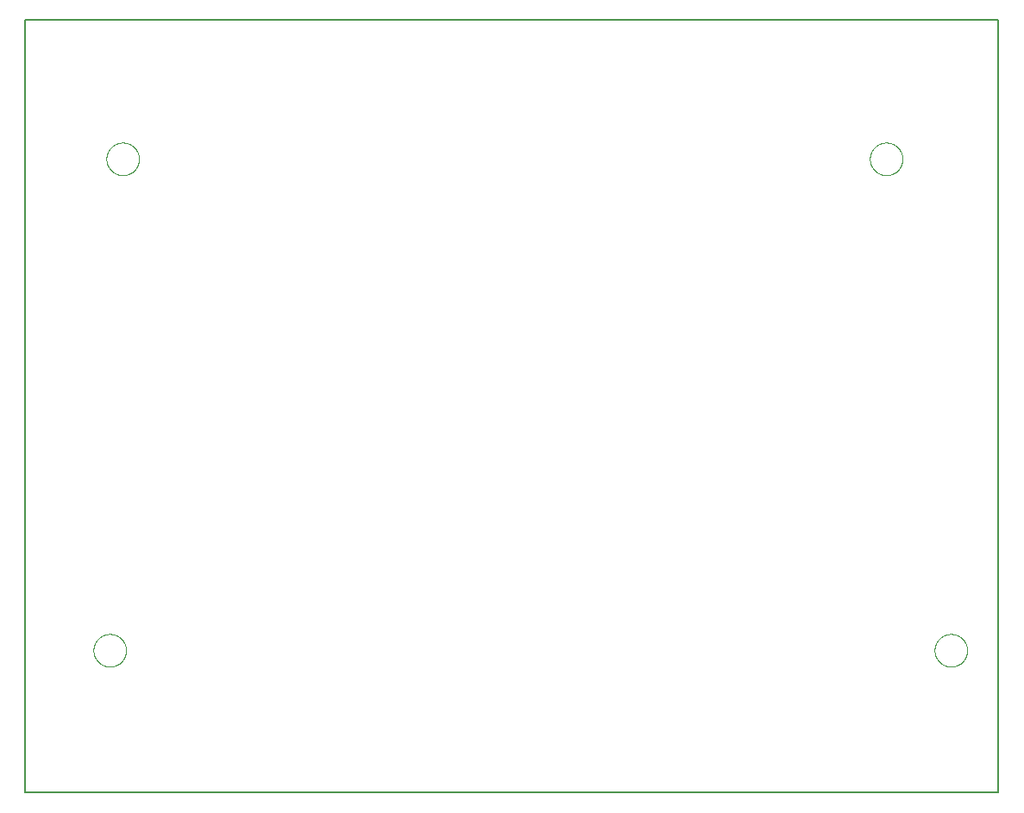
<source format=gko>
G04 EAGLE Gerber X2 export*
%TF.Part,Single*%
%TF.FileFunction,Other,outline*%
%TF.FilePolarity,Positive*%
%TF.GenerationSoftware,Autodesk,EAGLE,8.7.1*%
%TF.CreationDate,2018-03-29T01:53:18Z*%
G75*
%MOMM*%
%FSLAX34Y34*%
%LPD*%
%AMOC8*
5,1,8,0,0,1.08239X$1,22.5*%
G01*
%ADD10C,0.203200*%
%ADD11C,0.000000*%


D10*
X95000Y0D02*
X1050000Y0D01*
X1050000Y758700D01*
X95000Y758700D01*
X95000Y0D01*
D11*
X174500Y622300D02*
X174505Y622693D01*
X174519Y623085D01*
X174543Y623477D01*
X174577Y623868D01*
X174620Y624259D01*
X174673Y624648D01*
X174736Y625035D01*
X174807Y625421D01*
X174889Y625806D01*
X174979Y626188D01*
X175080Y626567D01*
X175189Y626945D01*
X175308Y627319D01*
X175435Y627690D01*
X175572Y628058D01*
X175718Y628423D01*
X175873Y628784D01*
X176036Y629141D01*
X176208Y629494D01*
X176389Y629842D01*
X176579Y630186D01*
X176776Y630526D01*
X176982Y630860D01*
X177196Y631189D01*
X177419Y631513D01*
X177649Y631831D01*
X177886Y632144D01*
X178132Y632450D01*
X178385Y632751D01*
X178645Y633045D01*
X178912Y633333D01*
X179186Y633614D01*
X179467Y633888D01*
X179755Y634155D01*
X180049Y634415D01*
X180350Y634668D01*
X180656Y634914D01*
X180969Y635151D01*
X181287Y635381D01*
X181611Y635604D01*
X181940Y635818D01*
X182274Y636024D01*
X182614Y636221D01*
X182958Y636411D01*
X183306Y636592D01*
X183659Y636764D01*
X184016Y636927D01*
X184377Y637082D01*
X184742Y637228D01*
X185110Y637365D01*
X185481Y637492D01*
X185855Y637611D01*
X186233Y637720D01*
X186612Y637821D01*
X186994Y637911D01*
X187379Y637993D01*
X187765Y638064D01*
X188152Y638127D01*
X188541Y638180D01*
X188932Y638223D01*
X189323Y638257D01*
X189715Y638281D01*
X190107Y638295D01*
X190500Y638300D01*
X190893Y638295D01*
X191285Y638281D01*
X191677Y638257D01*
X192068Y638223D01*
X192459Y638180D01*
X192848Y638127D01*
X193235Y638064D01*
X193621Y637993D01*
X194006Y637911D01*
X194388Y637821D01*
X194767Y637720D01*
X195145Y637611D01*
X195519Y637492D01*
X195890Y637365D01*
X196258Y637228D01*
X196623Y637082D01*
X196984Y636927D01*
X197341Y636764D01*
X197694Y636592D01*
X198042Y636411D01*
X198386Y636221D01*
X198726Y636024D01*
X199060Y635818D01*
X199389Y635604D01*
X199713Y635381D01*
X200031Y635151D01*
X200344Y634914D01*
X200650Y634668D01*
X200951Y634415D01*
X201245Y634155D01*
X201533Y633888D01*
X201814Y633614D01*
X202088Y633333D01*
X202355Y633045D01*
X202615Y632751D01*
X202868Y632450D01*
X203114Y632144D01*
X203351Y631831D01*
X203581Y631513D01*
X203804Y631189D01*
X204018Y630860D01*
X204224Y630526D01*
X204421Y630186D01*
X204611Y629842D01*
X204792Y629494D01*
X204964Y629141D01*
X205127Y628784D01*
X205282Y628423D01*
X205428Y628058D01*
X205565Y627690D01*
X205692Y627319D01*
X205811Y626945D01*
X205920Y626567D01*
X206021Y626188D01*
X206111Y625806D01*
X206193Y625421D01*
X206264Y625035D01*
X206327Y624648D01*
X206380Y624259D01*
X206423Y623868D01*
X206457Y623477D01*
X206481Y623085D01*
X206495Y622693D01*
X206500Y622300D01*
X206495Y621907D01*
X206481Y621515D01*
X206457Y621123D01*
X206423Y620732D01*
X206380Y620341D01*
X206327Y619952D01*
X206264Y619565D01*
X206193Y619179D01*
X206111Y618794D01*
X206021Y618412D01*
X205920Y618033D01*
X205811Y617655D01*
X205692Y617281D01*
X205565Y616910D01*
X205428Y616542D01*
X205282Y616177D01*
X205127Y615816D01*
X204964Y615459D01*
X204792Y615106D01*
X204611Y614758D01*
X204421Y614414D01*
X204224Y614074D01*
X204018Y613740D01*
X203804Y613411D01*
X203581Y613087D01*
X203351Y612769D01*
X203114Y612456D01*
X202868Y612150D01*
X202615Y611849D01*
X202355Y611555D01*
X202088Y611267D01*
X201814Y610986D01*
X201533Y610712D01*
X201245Y610445D01*
X200951Y610185D01*
X200650Y609932D01*
X200344Y609686D01*
X200031Y609449D01*
X199713Y609219D01*
X199389Y608996D01*
X199060Y608782D01*
X198726Y608576D01*
X198386Y608379D01*
X198042Y608189D01*
X197694Y608008D01*
X197341Y607836D01*
X196984Y607673D01*
X196623Y607518D01*
X196258Y607372D01*
X195890Y607235D01*
X195519Y607108D01*
X195145Y606989D01*
X194767Y606880D01*
X194388Y606779D01*
X194006Y606689D01*
X193621Y606607D01*
X193235Y606536D01*
X192848Y606473D01*
X192459Y606420D01*
X192068Y606377D01*
X191677Y606343D01*
X191285Y606319D01*
X190893Y606305D01*
X190500Y606300D01*
X190107Y606305D01*
X189715Y606319D01*
X189323Y606343D01*
X188932Y606377D01*
X188541Y606420D01*
X188152Y606473D01*
X187765Y606536D01*
X187379Y606607D01*
X186994Y606689D01*
X186612Y606779D01*
X186233Y606880D01*
X185855Y606989D01*
X185481Y607108D01*
X185110Y607235D01*
X184742Y607372D01*
X184377Y607518D01*
X184016Y607673D01*
X183659Y607836D01*
X183306Y608008D01*
X182958Y608189D01*
X182614Y608379D01*
X182274Y608576D01*
X181940Y608782D01*
X181611Y608996D01*
X181287Y609219D01*
X180969Y609449D01*
X180656Y609686D01*
X180350Y609932D01*
X180049Y610185D01*
X179755Y610445D01*
X179467Y610712D01*
X179186Y610986D01*
X178912Y611267D01*
X178645Y611555D01*
X178385Y611849D01*
X178132Y612150D01*
X177886Y612456D01*
X177649Y612769D01*
X177419Y613087D01*
X177196Y613411D01*
X176982Y613740D01*
X176776Y614074D01*
X176579Y614414D01*
X176389Y614758D01*
X176208Y615106D01*
X176036Y615459D01*
X175873Y615816D01*
X175718Y616177D01*
X175572Y616542D01*
X175435Y616910D01*
X175308Y617281D01*
X175189Y617655D01*
X175080Y618033D01*
X174979Y618412D01*
X174889Y618794D01*
X174807Y619179D01*
X174736Y619565D01*
X174673Y619952D01*
X174620Y620341D01*
X174577Y620732D01*
X174543Y621123D01*
X174519Y621515D01*
X174505Y621907D01*
X174500Y622300D01*
X161800Y139700D02*
X161805Y140093D01*
X161819Y140485D01*
X161843Y140877D01*
X161877Y141268D01*
X161920Y141659D01*
X161973Y142048D01*
X162036Y142435D01*
X162107Y142821D01*
X162189Y143206D01*
X162279Y143588D01*
X162380Y143967D01*
X162489Y144345D01*
X162608Y144719D01*
X162735Y145090D01*
X162872Y145458D01*
X163018Y145823D01*
X163173Y146184D01*
X163336Y146541D01*
X163508Y146894D01*
X163689Y147242D01*
X163879Y147586D01*
X164076Y147926D01*
X164282Y148260D01*
X164496Y148589D01*
X164719Y148913D01*
X164949Y149231D01*
X165186Y149544D01*
X165432Y149850D01*
X165685Y150151D01*
X165945Y150445D01*
X166212Y150733D01*
X166486Y151014D01*
X166767Y151288D01*
X167055Y151555D01*
X167349Y151815D01*
X167650Y152068D01*
X167956Y152314D01*
X168269Y152551D01*
X168587Y152781D01*
X168911Y153004D01*
X169240Y153218D01*
X169574Y153424D01*
X169914Y153621D01*
X170258Y153811D01*
X170606Y153992D01*
X170959Y154164D01*
X171316Y154327D01*
X171677Y154482D01*
X172042Y154628D01*
X172410Y154765D01*
X172781Y154892D01*
X173155Y155011D01*
X173533Y155120D01*
X173912Y155221D01*
X174294Y155311D01*
X174679Y155393D01*
X175065Y155464D01*
X175452Y155527D01*
X175841Y155580D01*
X176232Y155623D01*
X176623Y155657D01*
X177015Y155681D01*
X177407Y155695D01*
X177800Y155700D01*
X178193Y155695D01*
X178585Y155681D01*
X178977Y155657D01*
X179368Y155623D01*
X179759Y155580D01*
X180148Y155527D01*
X180535Y155464D01*
X180921Y155393D01*
X181306Y155311D01*
X181688Y155221D01*
X182067Y155120D01*
X182445Y155011D01*
X182819Y154892D01*
X183190Y154765D01*
X183558Y154628D01*
X183923Y154482D01*
X184284Y154327D01*
X184641Y154164D01*
X184994Y153992D01*
X185342Y153811D01*
X185686Y153621D01*
X186026Y153424D01*
X186360Y153218D01*
X186689Y153004D01*
X187013Y152781D01*
X187331Y152551D01*
X187644Y152314D01*
X187950Y152068D01*
X188251Y151815D01*
X188545Y151555D01*
X188833Y151288D01*
X189114Y151014D01*
X189388Y150733D01*
X189655Y150445D01*
X189915Y150151D01*
X190168Y149850D01*
X190414Y149544D01*
X190651Y149231D01*
X190881Y148913D01*
X191104Y148589D01*
X191318Y148260D01*
X191524Y147926D01*
X191721Y147586D01*
X191911Y147242D01*
X192092Y146894D01*
X192264Y146541D01*
X192427Y146184D01*
X192582Y145823D01*
X192728Y145458D01*
X192865Y145090D01*
X192992Y144719D01*
X193111Y144345D01*
X193220Y143967D01*
X193321Y143588D01*
X193411Y143206D01*
X193493Y142821D01*
X193564Y142435D01*
X193627Y142048D01*
X193680Y141659D01*
X193723Y141268D01*
X193757Y140877D01*
X193781Y140485D01*
X193795Y140093D01*
X193800Y139700D01*
X193795Y139307D01*
X193781Y138915D01*
X193757Y138523D01*
X193723Y138132D01*
X193680Y137741D01*
X193627Y137352D01*
X193564Y136965D01*
X193493Y136579D01*
X193411Y136194D01*
X193321Y135812D01*
X193220Y135433D01*
X193111Y135055D01*
X192992Y134681D01*
X192865Y134310D01*
X192728Y133942D01*
X192582Y133577D01*
X192427Y133216D01*
X192264Y132859D01*
X192092Y132506D01*
X191911Y132158D01*
X191721Y131814D01*
X191524Y131474D01*
X191318Y131140D01*
X191104Y130811D01*
X190881Y130487D01*
X190651Y130169D01*
X190414Y129856D01*
X190168Y129550D01*
X189915Y129249D01*
X189655Y128955D01*
X189388Y128667D01*
X189114Y128386D01*
X188833Y128112D01*
X188545Y127845D01*
X188251Y127585D01*
X187950Y127332D01*
X187644Y127086D01*
X187331Y126849D01*
X187013Y126619D01*
X186689Y126396D01*
X186360Y126182D01*
X186026Y125976D01*
X185686Y125779D01*
X185342Y125589D01*
X184994Y125408D01*
X184641Y125236D01*
X184284Y125073D01*
X183923Y124918D01*
X183558Y124772D01*
X183190Y124635D01*
X182819Y124508D01*
X182445Y124389D01*
X182067Y124280D01*
X181688Y124179D01*
X181306Y124089D01*
X180921Y124007D01*
X180535Y123936D01*
X180148Y123873D01*
X179759Y123820D01*
X179368Y123777D01*
X178977Y123743D01*
X178585Y123719D01*
X178193Y123705D01*
X177800Y123700D01*
X177407Y123705D01*
X177015Y123719D01*
X176623Y123743D01*
X176232Y123777D01*
X175841Y123820D01*
X175452Y123873D01*
X175065Y123936D01*
X174679Y124007D01*
X174294Y124089D01*
X173912Y124179D01*
X173533Y124280D01*
X173155Y124389D01*
X172781Y124508D01*
X172410Y124635D01*
X172042Y124772D01*
X171677Y124918D01*
X171316Y125073D01*
X170959Y125236D01*
X170606Y125408D01*
X170258Y125589D01*
X169914Y125779D01*
X169574Y125976D01*
X169240Y126182D01*
X168911Y126396D01*
X168587Y126619D01*
X168269Y126849D01*
X167956Y127086D01*
X167650Y127332D01*
X167349Y127585D01*
X167055Y127845D01*
X166767Y128112D01*
X166486Y128386D01*
X166212Y128667D01*
X165945Y128955D01*
X165685Y129249D01*
X165432Y129550D01*
X165186Y129856D01*
X164949Y130169D01*
X164719Y130487D01*
X164496Y130811D01*
X164282Y131140D01*
X164076Y131474D01*
X163879Y131814D01*
X163689Y132158D01*
X163508Y132506D01*
X163336Y132859D01*
X163173Y133216D01*
X163018Y133577D01*
X162872Y133942D01*
X162735Y134310D01*
X162608Y134681D01*
X162489Y135055D01*
X162380Y135433D01*
X162279Y135812D01*
X162189Y136194D01*
X162107Y136579D01*
X162036Y136965D01*
X161973Y137352D01*
X161920Y137741D01*
X161877Y138132D01*
X161843Y138523D01*
X161819Y138915D01*
X161805Y139307D01*
X161800Y139700D01*
X923800Y622300D02*
X923805Y622693D01*
X923819Y623085D01*
X923843Y623477D01*
X923877Y623868D01*
X923920Y624259D01*
X923973Y624648D01*
X924036Y625035D01*
X924107Y625421D01*
X924189Y625806D01*
X924279Y626188D01*
X924380Y626567D01*
X924489Y626945D01*
X924608Y627319D01*
X924735Y627690D01*
X924872Y628058D01*
X925018Y628423D01*
X925173Y628784D01*
X925336Y629141D01*
X925508Y629494D01*
X925689Y629842D01*
X925879Y630186D01*
X926076Y630526D01*
X926282Y630860D01*
X926496Y631189D01*
X926719Y631513D01*
X926949Y631831D01*
X927186Y632144D01*
X927432Y632450D01*
X927685Y632751D01*
X927945Y633045D01*
X928212Y633333D01*
X928486Y633614D01*
X928767Y633888D01*
X929055Y634155D01*
X929349Y634415D01*
X929650Y634668D01*
X929956Y634914D01*
X930269Y635151D01*
X930587Y635381D01*
X930911Y635604D01*
X931240Y635818D01*
X931574Y636024D01*
X931914Y636221D01*
X932258Y636411D01*
X932606Y636592D01*
X932959Y636764D01*
X933316Y636927D01*
X933677Y637082D01*
X934042Y637228D01*
X934410Y637365D01*
X934781Y637492D01*
X935155Y637611D01*
X935533Y637720D01*
X935912Y637821D01*
X936294Y637911D01*
X936679Y637993D01*
X937065Y638064D01*
X937452Y638127D01*
X937841Y638180D01*
X938232Y638223D01*
X938623Y638257D01*
X939015Y638281D01*
X939407Y638295D01*
X939800Y638300D01*
X940193Y638295D01*
X940585Y638281D01*
X940977Y638257D01*
X941368Y638223D01*
X941759Y638180D01*
X942148Y638127D01*
X942535Y638064D01*
X942921Y637993D01*
X943306Y637911D01*
X943688Y637821D01*
X944067Y637720D01*
X944445Y637611D01*
X944819Y637492D01*
X945190Y637365D01*
X945558Y637228D01*
X945923Y637082D01*
X946284Y636927D01*
X946641Y636764D01*
X946994Y636592D01*
X947342Y636411D01*
X947686Y636221D01*
X948026Y636024D01*
X948360Y635818D01*
X948689Y635604D01*
X949013Y635381D01*
X949331Y635151D01*
X949644Y634914D01*
X949950Y634668D01*
X950251Y634415D01*
X950545Y634155D01*
X950833Y633888D01*
X951114Y633614D01*
X951388Y633333D01*
X951655Y633045D01*
X951915Y632751D01*
X952168Y632450D01*
X952414Y632144D01*
X952651Y631831D01*
X952881Y631513D01*
X953104Y631189D01*
X953318Y630860D01*
X953524Y630526D01*
X953721Y630186D01*
X953911Y629842D01*
X954092Y629494D01*
X954264Y629141D01*
X954427Y628784D01*
X954582Y628423D01*
X954728Y628058D01*
X954865Y627690D01*
X954992Y627319D01*
X955111Y626945D01*
X955220Y626567D01*
X955321Y626188D01*
X955411Y625806D01*
X955493Y625421D01*
X955564Y625035D01*
X955627Y624648D01*
X955680Y624259D01*
X955723Y623868D01*
X955757Y623477D01*
X955781Y623085D01*
X955795Y622693D01*
X955800Y622300D01*
X955795Y621907D01*
X955781Y621515D01*
X955757Y621123D01*
X955723Y620732D01*
X955680Y620341D01*
X955627Y619952D01*
X955564Y619565D01*
X955493Y619179D01*
X955411Y618794D01*
X955321Y618412D01*
X955220Y618033D01*
X955111Y617655D01*
X954992Y617281D01*
X954865Y616910D01*
X954728Y616542D01*
X954582Y616177D01*
X954427Y615816D01*
X954264Y615459D01*
X954092Y615106D01*
X953911Y614758D01*
X953721Y614414D01*
X953524Y614074D01*
X953318Y613740D01*
X953104Y613411D01*
X952881Y613087D01*
X952651Y612769D01*
X952414Y612456D01*
X952168Y612150D01*
X951915Y611849D01*
X951655Y611555D01*
X951388Y611267D01*
X951114Y610986D01*
X950833Y610712D01*
X950545Y610445D01*
X950251Y610185D01*
X949950Y609932D01*
X949644Y609686D01*
X949331Y609449D01*
X949013Y609219D01*
X948689Y608996D01*
X948360Y608782D01*
X948026Y608576D01*
X947686Y608379D01*
X947342Y608189D01*
X946994Y608008D01*
X946641Y607836D01*
X946284Y607673D01*
X945923Y607518D01*
X945558Y607372D01*
X945190Y607235D01*
X944819Y607108D01*
X944445Y606989D01*
X944067Y606880D01*
X943688Y606779D01*
X943306Y606689D01*
X942921Y606607D01*
X942535Y606536D01*
X942148Y606473D01*
X941759Y606420D01*
X941368Y606377D01*
X940977Y606343D01*
X940585Y606319D01*
X940193Y606305D01*
X939800Y606300D01*
X939407Y606305D01*
X939015Y606319D01*
X938623Y606343D01*
X938232Y606377D01*
X937841Y606420D01*
X937452Y606473D01*
X937065Y606536D01*
X936679Y606607D01*
X936294Y606689D01*
X935912Y606779D01*
X935533Y606880D01*
X935155Y606989D01*
X934781Y607108D01*
X934410Y607235D01*
X934042Y607372D01*
X933677Y607518D01*
X933316Y607673D01*
X932959Y607836D01*
X932606Y608008D01*
X932258Y608189D01*
X931914Y608379D01*
X931574Y608576D01*
X931240Y608782D01*
X930911Y608996D01*
X930587Y609219D01*
X930269Y609449D01*
X929956Y609686D01*
X929650Y609932D01*
X929349Y610185D01*
X929055Y610445D01*
X928767Y610712D01*
X928486Y610986D01*
X928212Y611267D01*
X927945Y611555D01*
X927685Y611849D01*
X927432Y612150D01*
X927186Y612456D01*
X926949Y612769D01*
X926719Y613087D01*
X926496Y613411D01*
X926282Y613740D01*
X926076Y614074D01*
X925879Y614414D01*
X925689Y614758D01*
X925508Y615106D01*
X925336Y615459D01*
X925173Y615816D01*
X925018Y616177D01*
X924872Y616542D01*
X924735Y616910D01*
X924608Y617281D01*
X924489Y617655D01*
X924380Y618033D01*
X924279Y618412D01*
X924189Y618794D01*
X924107Y619179D01*
X924036Y619565D01*
X923973Y619952D01*
X923920Y620341D01*
X923877Y620732D01*
X923843Y621123D01*
X923819Y621515D01*
X923805Y621907D01*
X923800Y622300D01*
X987300Y139700D02*
X987305Y140093D01*
X987319Y140485D01*
X987343Y140877D01*
X987377Y141268D01*
X987420Y141659D01*
X987473Y142048D01*
X987536Y142435D01*
X987607Y142821D01*
X987689Y143206D01*
X987779Y143588D01*
X987880Y143967D01*
X987989Y144345D01*
X988108Y144719D01*
X988235Y145090D01*
X988372Y145458D01*
X988518Y145823D01*
X988673Y146184D01*
X988836Y146541D01*
X989008Y146894D01*
X989189Y147242D01*
X989379Y147586D01*
X989576Y147926D01*
X989782Y148260D01*
X989996Y148589D01*
X990219Y148913D01*
X990449Y149231D01*
X990686Y149544D01*
X990932Y149850D01*
X991185Y150151D01*
X991445Y150445D01*
X991712Y150733D01*
X991986Y151014D01*
X992267Y151288D01*
X992555Y151555D01*
X992849Y151815D01*
X993150Y152068D01*
X993456Y152314D01*
X993769Y152551D01*
X994087Y152781D01*
X994411Y153004D01*
X994740Y153218D01*
X995074Y153424D01*
X995414Y153621D01*
X995758Y153811D01*
X996106Y153992D01*
X996459Y154164D01*
X996816Y154327D01*
X997177Y154482D01*
X997542Y154628D01*
X997910Y154765D01*
X998281Y154892D01*
X998655Y155011D01*
X999033Y155120D01*
X999412Y155221D01*
X999794Y155311D01*
X1000179Y155393D01*
X1000565Y155464D01*
X1000952Y155527D01*
X1001341Y155580D01*
X1001732Y155623D01*
X1002123Y155657D01*
X1002515Y155681D01*
X1002907Y155695D01*
X1003300Y155700D01*
X1003693Y155695D01*
X1004085Y155681D01*
X1004477Y155657D01*
X1004868Y155623D01*
X1005259Y155580D01*
X1005648Y155527D01*
X1006035Y155464D01*
X1006421Y155393D01*
X1006806Y155311D01*
X1007188Y155221D01*
X1007567Y155120D01*
X1007945Y155011D01*
X1008319Y154892D01*
X1008690Y154765D01*
X1009058Y154628D01*
X1009423Y154482D01*
X1009784Y154327D01*
X1010141Y154164D01*
X1010494Y153992D01*
X1010842Y153811D01*
X1011186Y153621D01*
X1011526Y153424D01*
X1011860Y153218D01*
X1012189Y153004D01*
X1012513Y152781D01*
X1012831Y152551D01*
X1013144Y152314D01*
X1013450Y152068D01*
X1013751Y151815D01*
X1014045Y151555D01*
X1014333Y151288D01*
X1014614Y151014D01*
X1014888Y150733D01*
X1015155Y150445D01*
X1015415Y150151D01*
X1015668Y149850D01*
X1015914Y149544D01*
X1016151Y149231D01*
X1016381Y148913D01*
X1016604Y148589D01*
X1016818Y148260D01*
X1017024Y147926D01*
X1017221Y147586D01*
X1017411Y147242D01*
X1017592Y146894D01*
X1017764Y146541D01*
X1017927Y146184D01*
X1018082Y145823D01*
X1018228Y145458D01*
X1018365Y145090D01*
X1018492Y144719D01*
X1018611Y144345D01*
X1018720Y143967D01*
X1018821Y143588D01*
X1018911Y143206D01*
X1018993Y142821D01*
X1019064Y142435D01*
X1019127Y142048D01*
X1019180Y141659D01*
X1019223Y141268D01*
X1019257Y140877D01*
X1019281Y140485D01*
X1019295Y140093D01*
X1019300Y139700D01*
X1019295Y139307D01*
X1019281Y138915D01*
X1019257Y138523D01*
X1019223Y138132D01*
X1019180Y137741D01*
X1019127Y137352D01*
X1019064Y136965D01*
X1018993Y136579D01*
X1018911Y136194D01*
X1018821Y135812D01*
X1018720Y135433D01*
X1018611Y135055D01*
X1018492Y134681D01*
X1018365Y134310D01*
X1018228Y133942D01*
X1018082Y133577D01*
X1017927Y133216D01*
X1017764Y132859D01*
X1017592Y132506D01*
X1017411Y132158D01*
X1017221Y131814D01*
X1017024Y131474D01*
X1016818Y131140D01*
X1016604Y130811D01*
X1016381Y130487D01*
X1016151Y130169D01*
X1015914Y129856D01*
X1015668Y129550D01*
X1015415Y129249D01*
X1015155Y128955D01*
X1014888Y128667D01*
X1014614Y128386D01*
X1014333Y128112D01*
X1014045Y127845D01*
X1013751Y127585D01*
X1013450Y127332D01*
X1013144Y127086D01*
X1012831Y126849D01*
X1012513Y126619D01*
X1012189Y126396D01*
X1011860Y126182D01*
X1011526Y125976D01*
X1011186Y125779D01*
X1010842Y125589D01*
X1010494Y125408D01*
X1010141Y125236D01*
X1009784Y125073D01*
X1009423Y124918D01*
X1009058Y124772D01*
X1008690Y124635D01*
X1008319Y124508D01*
X1007945Y124389D01*
X1007567Y124280D01*
X1007188Y124179D01*
X1006806Y124089D01*
X1006421Y124007D01*
X1006035Y123936D01*
X1005648Y123873D01*
X1005259Y123820D01*
X1004868Y123777D01*
X1004477Y123743D01*
X1004085Y123719D01*
X1003693Y123705D01*
X1003300Y123700D01*
X1002907Y123705D01*
X1002515Y123719D01*
X1002123Y123743D01*
X1001732Y123777D01*
X1001341Y123820D01*
X1000952Y123873D01*
X1000565Y123936D01*
X1000179Y124007D01*
X999794Y124089D01*
X999412Y124179D01*
X999033Y124280D01*
X998655Y124389D01*
X998281Y124508D01*
X997910Y124635D01*
X997542Y124772D01*
X997177Y124918D01*
X996816Y125073D01*
X996459Y125236D01*
X996106Y125408D01*
X995758Y125589D01*
X995414Y125779D01*
X995074Y125976D01*
X994740Y126182D01*
X994411Y126396D01*
X994087Y126619D01*
X993769Y126849D01*
X993456Y127086D01*
X993150Y127332D01*
X992849Y127585D01*
X992555Y127845D01*
X992267Y128112D01*
X991986Y128386D01*
X991712Y128667D01*
X991445Y128955D01*
X991185Y129249D01*
X990932Y129550D01*
X990686Y129856D01*
X990449Y130169D01*
X990219Y130487D01*
X989996Y130811D01*
X989782Y131140D01*
X989576Y131474D01*
X989379Y131814D01*
X989189Y132158D01*
X989008Y132506D01*
X988836Y132859D01*
X988673Y133216D01*
X988518Y133577D01*
X988372Y133942D01*
X988235Y134310D01*
X988108Y134681D01*
X987989Y135055D01*
X987880Y135433D01*
X987779Y135812D01*
X987689Y136194D01*
X987607Y136579D01*
X987536Y136965D01*
X987473Y137352D01*
X987420Y137741D01*
X987377Y138132D01*
X987343Y138523D01*
X987319Y138915D01*
X987305Y139307D01*
X987300Y139700D01*
M02*

</source>
